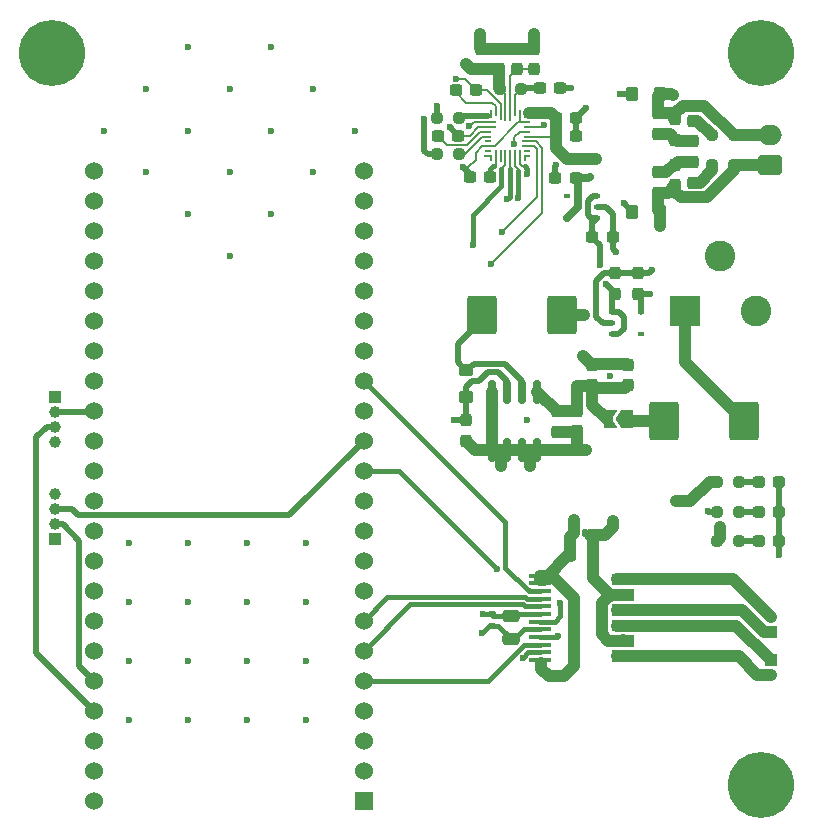
<source format=gbr>
%TF.GenerationSoftware,KiCad,Pcbnew,9.0.4*%
%TF.CreationDate,2025-10-21T16:10:30+02:00*%
%TF.ProjectId,Nomad,4e6f6d61-642e-46b6-9963-61645f706362,rev?*%
%TF.SameCoordinates,Original*%
%TF.FileFunction,Copper,L1,Top*%
%TF.FilePolarity,Positive*%
%FSLAX46Y46*%
G04 Gerber Fmt 4.6, Leading zero omitted, Abs format (unit mm)*
G04 Created by KiCad (PCBNEW 9.0.4) date 2025-10-21 16:10:30*
%MOMM*%
%LPD*%
G01*
G04 APERTURE LIST*
G04 Aperture macros list*
%AMRoundRect*
0 Rectangle with rounded corners*
0 $1 Rounding radius*
0 $2 $3 $4 $5 $6 $7 $8 $9 X,Y pos of 4 corners*
0 Add a 4 corners polygon primitive as box body*
4,1,4,$2,$3,$4,$5,$6,$7,$8,$9,$2,$3,0*
0 Add four circle primitives for the rounded corners*
1,1,$1+$1,$2,$3*
1,1,$1+$1,$4,$5*
1,1,$1+$1,$6,$7*
1,1,$1+$1,$8,$9*
0 Add four rect primitives between the rounded corners*
20,1,$1+$1,$2,$3,$4,$5,0*
20,1,$1+$1,$4,$5,$6,$7,0*
20,1,$1+$1,$6,$7,$8,$9,0*
20,1,$1+$1,$8,$9,$2,$3,0*%
%AMFreePoly0*
4,1,6,1.000000,0.000000,0.500000,-0.750000,-0.500000,-0.750000,-0.500000,0.750000,0.500000,0.750000,1.000000,0.000000,1.000000,0.000000,$1*%
%AMFreePoly1*
4,1,6,0.500000,-0.750000,-0.650000,-0.750000,-0.150000,0.000000,-0.650000,0.750000,0.500000,0.750000,0.500000,-0.750000,0.500000,-0.750000,$1*%
G04 Aperture macros list end*
%TA.AperFunction,SMDPad,CuDef*%
%ADD10R,0.609600X0.381000*%
%TD*%
%TA.AperFunction,SMDPad,CuDef*%
%ADD11RoundRect,0.237500X0.237500X-0.300000X0.237500X0.300000X-0.237500X0.300000X-0.237500X-0.300000X0*%
%TD*%
%TA.AperFunction,SMDPad,CuDef*%
%ADD12RoundRect,0.237500X-0.237500X0.300000X-0.237500X-0.300000X0.237500X-0.300000X0.237500X0.300000X0*%
%TD*%
%TA.AperFunction,ComponentPad*%
%ADD13RoundRect,0.250000X0.750000X-0.600000X0.750000X0.600000X-0.750000X0.600000X-0.750000X-0.600000X0*%
%TD*%
%TA.AperFunction,ComponentPad*%
%ADD14O,2.000000X1.700000*%
%TD*%
%TA.AperFunction,ComponentPad*%
%ADD15R,1.530000X1.530000*%
%TD*%
%TA.AperFunction,ComponentPad*%
%ADD16C,1.530000*%
%TD*%
%TA.AperFunction,SMDPad,CuDef*%
%ADD17RoundRect,0.237500X0.287500X0.237500X-0.287500X0.237500X-0.287500X-0.237500X0.287500X-0.237500X0*%
%TD*%
%TA.AperFunction,ComponentPad*%
%ADD18C,5.600000*%
%TD*%
%TA.AperFunction,SMDPad,CuDef*%
%ADD19RoundRect,0.237500X-0.300000X-0.237500X0.300000X-0.237500X0.300000X0.237500X-0.300000X0.237500X0*%
%TD*%
%TA.AperFunction,SMDPad,CuDef*%
%ADD20RoundRect,0.100000X0.850000X0.100000X-0.850000X0.100000X-0.850000X-0.100000X0.850000X-0.100000X0*%
%TD*%
%TA.AperFunction,SMDPad,CuDef*%
%ADD21RoundRect,0.237500X-0.250000X-0.237500X0.250000X-0.237500X0.250000X0.237500X-0.250000X0.237500X0*%
%TD*%
%TA.AperFunction,SMDPad,CuDef*%
%ADD22RoundRect,0.150000X-0.150000X0.825000X-0.150000X-0.825000X0.150000X-0.825000X0.150000X0.825000X0*%
%TD*%
%TA.AperFunction,SMDPad,CuDef*%
%ADD23RoundRect,0.250000X-0.275000X-0.350000X0.275000X-0.350000X0.275000X0.350000X-0.275000X0.350000X0*%
%TD*%
%TA.AperFunction,SMDPad,CuDef*%
%ADD24RoundRect,0.250000X1.000000X-1.400000X1.000000X1.400000X-1.000000X1.400000X-1.000000X-1.400000X0*%
%TD*%
%TA.AperFunction,ComponentPad*%
%ADD25R,1.000000X1.000000*%
%TD*%
%TA.AperFunction,ComponentPad*%
%ADD26C,1.000000*%
%TD*%
%TA.AperFunction,SMDPad,CuDef*%
%ADD27RoundRect,0.237500X0.250000X0.237500X-0.250000X0.237500X-0.250000X-0.237500X0.250000X-0.237500X0*%
%TD*%
%TA.AperFunction,SMDPad,CuDef*%
%ADD28RoundRect,0.237500X0.300000X0.237500X-0.300000X0.237500X-0.300000X-0.237500X0.300000X-0.237500X0*%
%TD*%
%TA.AperFunction,SMDPad,CuDef*%
%ADD29RoundRect,0.140000X0.170000X-0.140000X0.170000X0.140000X-0.170000X0.140000X-0.170000X-0.140000X0*%
%TD*%
%TA.AperFunction,SMDPad,CuDef*%
%ADD30R,0.584200X0.254000*%
%TD*%
%TA.AperFunction,SMDPad,CuDef*%
%ADD31R,0.254000X0.799702*%
%TD*%
%TA.AperFunction,SMDPad,CuDef*%
%ADD32R,0.990600X0.203200*%
%TD*%
%TA.AperFunction,SMDPad,CuDef*%
%ADD33R,0.609600X0.203200*%
%TD*%
%TA.AperFunction,SMDPad,CuDef*%
%ADD34R,0.711200X0.254000*%
%TD*%
%TA.AperFunction,SMDPad,CuDef*%
%ADD35R,0.254002X0.622288*%
%TD*%
%TA.AperFunction,SMDPad,CuDef*%
%ADD36R,0.203200X0.990600*%
%TD*%
%TA.AperFunction,SMDPad,CuDef*%
%ADD37R,0.256212X0.614897*%
%TD*%
%TA.AperFunction,SMDPad,CuDef*%
%ADD38R,0.609600X0.254000*%
%TD*%
%TA.AperFunction,SMDPad,CuDef*%
%ADD39R,0.711200X0.203200*%
%TD*%
%TA.AperFunction,SMDPad,CuDef*%
%ADD40R,0.660400X0.203200*%
%TD*%
%TA.AperFunction,SMDPad,CuDef*%
%ADD41R,0.254000X0.609600*%
%TD*%
%TA.AperFunction,SMDPad,CuDef*%
%ADD42R,0.203200X0.609600*%
%TD*%
%TA.AperFunction,SMDPad,CuDef*%
%ADD43R,0.203200X0.914400*%
%TD*%
%TA.AperFunction,SMDPad,CuDef*%
%ADD44FreePoly0,180.000000*%
%TD*%
%TA.AperFunction,SMDPad,CuDef*%
%ADD45FreePoly1,180.000000*%
%TD*%
%TA.AperFunction,SMDPad,CuDef*%
%ADD46RoundRect,0.250000X-0.350000X0.275000X-0.350000X-0.275000X0.350000X-0.275000X0.350000X0.275000X0*%
%TD*%
%TA.AperFunction,SMDPad,CuDef*%
%ADD47RoundRect,0.140000X-0.140000X-0.170000X0.140000X-0.170000X0.140000X0.170000X-0.140000X0.170000X0*%
%TD*%
%TA.AperFunction,SMDPad,CuDef*%
%ADD48RoundRect,0.250000X-0.250000X-0.475000X0.250000X-0.475000X0.250000X0.475000X-0.250000X0.475000X0*%
%TD*%
%TA.AperFunction,SMDPad,CuDef*%
%ADD49RoundRect,0.250000X0.475000X-0.250000X0.475000X0.250000X-0.475000X0.250000X-0.475000X-0.250000X0*%
%TD*%
%TA.AperFunction,ComponentPad*%
%ADD50R,2.600000X2.600000*%
%TD*%
%TA.AperFunction,ComponentPad*%
%ADD51C,2.600000*%
%TD*%
%TA.AperFunction,ViaPad*%
%ADD52C,0.600000*%
%TD*%
%TA.AperFunction,Conductor*%
%ADD53C,0.200000*%
%TD*%
%TA.AperFunction,Conductor*%
%ADD54C,0.400000*%
%TD*%
%TA.AperFunction,Conductor*%
%ADD55C,0.150000*%
%TD*%
%TA.AperFunction,Conductor*%
%ADD56C,1.000000*%
%TD*%
%TA.AperFunction,Conductor*%
%ADD57C,0.500000*%
%TD*%
%TA.AperFunction,Conductor*%
%ADD58C,0.300000*%
%TD*%
%TA.AperFunction,Conductor*%
%ADD59C,0.700000*%
%TD*%
G04 APERTURE END LIST*
D10*
%TO.P,U2,1,VIN*%
%TO.N,5V*%
X122081250Y-55018750D03*
%TO.P,U2,2,GND*%
%TO.N,GND*%
X122081250Y-54078950D03*
%TO.P,U2,3,STBY*%
%TO.N,5V*%
X122081250Y-53139150D03*
%TO.P,U2,4,N.C.*%
%TO.N,unconnected-(U2-N.C.-Pad4)*%
X119592050Y-53126450D03*
%TO.P,U2,5,VOUT*%
%TO.N,1.8V*%
X119592050Y-55031450D03*
%TD*%
D11*
%TO.P,C22,1*%
%TO.N,Net-(U5-VBAT1S)*%
X115300000Y-42400000D03*
%TO.P,C22,2*%
%TO.N,GND*%
X115300000Y-40674998D03*
%TD*%
%TO.P,C17,1*%
%TO.N,/VSNS_P*%
X128750000Y-52225001D03*
%TO.P,C17,2*%
%TO.N,GND*%
X128750000Y-50499999D03*
%TD*%
D12*
%TO.P,C18,1*%
%TO.N,/VSNS_N*%
X128750000Y-46637499D03*
%TO.P,C18,2*%
%TO.N,GND*%
X128750000Y-48362501D03*
%TD*%
D13*
%TO.P,LS1,1,1*%
%TO.N,/VSNS_P*%
X136750000Y-50500000D03*
D14*
%TO.P,LS1,2,2*%
%TO.N,/VSNS_N*%
X136750000Y-48000000D03*
%TD*%
D15*
%TO.P,U6,J1_1,3V3*%
%TO.N,3.3V*%
X102360000Y-104340000D03*
D16*
%TO.P,U6,J1_2,3V3*%
X102360001Y-101800000D03*
%TO.P,U6,J1_3,RST*%
%TO.N,unconnected-(U6-RST-PadJ1_3)*%
X102360000Y-99260000D03*
%TO.P,U6,J1_4,GPIO4*%
%TO.N,AIN1*%
X102360000Y-96720000D03*
%TO.P,U6,J1_5,GPIO5*%
%TO.N,AIN2*%
X102360000Y-94180000D03*
%TO.P,U6,J1_6,GPIO6*%
%TO.N,BIN1*%
X102360000Y-91640001D03*
%TO.P,U6,J1_7,GPIO7*%
%TO.N,BIN2*%
X102360000Y-89099999D03*
%TO.P,U6,J1_8,GPIO15*%
%TO.N,FSYNC*%
X102360000Y-86560000D03*
%TO.P,U6,J1_9,GPIO16*%
%TO.N,STBY*%
X102360000Y-84020000D03*
%TO.P,U6,J1_10,GPIO17*%
%TO.N,SDZ*%
X102360000Y-81480000D03*
%TO.P,U6,J1_11,GPIO18*%
%TO.N,IRQZ*%
X102360000Y-78939999D03*
%TO.P,U6,J1_12,GPIO8*%
%TO.N,PWMA*%
X102360000Y-76400000D03*
%TO.P,U6,J1_13,GPIO3*%
%TO.N,Echo_cap_2*%
X102360000Y-73860000D03*
%TO.P,U6,J1_14,GPIO46*%
%TO.N,unconnected-(U6-GPIO46-PadJ1_14)*%
X102360000Y-71320000D03*
%TO.P,U6,J1_15,GPIO9*%
%TO.N,PWMB*%
X102360000Y-68780001D03*
%TO.P,U6,J1_16,GPIO10*%
%TO.N,SDA*%
X102360000Y-66239999D03*
%TO.P,U6,J1_17,GPIO11*%
%TO.N,SCL*%
X102360000Y-63700000D03*
%TO.P,U6,J1_18,GPIO12*%
%TO.N,SDOUT*%
X102360000Y-61160000D03*
%TO.P,U6,J1_19,GPIO13*%
%TO.N,SDIN*%
X102360000Y-58620000D03*
%TO.P,U6,J1_20,GPIO14*%
%TO.N,SBCLK*%
X102360000Y-56079999D03*
%TO.P,U6,J1_21,5V0*%
%TO.N,5V*%
X102360000Y-53540000D03*
%TO.P,U6,J1_22,GND*%
%TO.N,GND*%
X102360000Y-51000000D03*
%TO.P,U6,J3_1,GND*%
X79500000Y-104340000D03*
%TO.P,U6,J3_2,U0TXD/GPIO43*%
%TO.N,unconnected-(U6-U0TXD{slash}GPIO43-PadJ3_2)*%
X79499999Y-101800000D03*
%TO.P,U6,J3_3,U0RXD/GPIO44*%
%TO.N,unconnected-(U6-U0RXD{slash}GPIO44-PadJ3_3)*%
X79500000Y-99260000D03*
%TO.P,U6,J3_4,GPIO1*%
%TO.N,Echo_cap_1*%
X79500000Y-96720000D03*
%TO.P,U6,J3_5,GPIO2*%
%TO.N,Trig_cap_2*%
X79500000Y-94180000D03*
%TO.P,U6,J3_6,MTMS/GPIO42*%
%TO.N,unconnected-(U6-MTMS{slash}GPIO42-PadJ3_6)*%
X79500000Y-91640001D03*
%TO.P,U6,J3_7,MTDI/GPIO41*%
%TO.N,unconnected-(U6-MTDI{slash}GPIO41-PadJ3_7)*%
X79500000Y-89099999D03*
%TO.P,U6,J3_8,MTDO/GPIO40*%
%TO.N,unconnected-(U6-MTDO{slash}GPIO40-PadJ3_8)*%
X79500000Y-86560000D03*
%TO.P,U6,J3_9,MTCK/GPIO39*%
%TO.N,unconnected-(U6-MTCK{slash}GPIO39-PadJ3_9)*%
X79500000Y-84020000D03*
%TO.P,U6,J3_10,GPIO38*%
%TO.N,unconnected-(U6-GPIO38-PadJ3_10)*%
X79500000Y-81480000D03*
%TO.P,U6,J3_11,GPIO37*%
%TO.N,unconnected-(U6-GPIO37-PadJ3_11)*%
X79500000Y-78939999D03*
%TO.P,U6,J3_12,GPIO36*%
%TO.N,unconnected-(U6-GPIO36-PadJ3_12)*%
X79500000Y-76400000D03*
%TO.P,U6,J3_13,GPIO35*%
%TO.N,unconnected-(U6-GPIO35-PadJ3_13)*%
X79500000Y-73860000D03*
%TO.P,U6,J3_14,GPIO0*%
%TO.N,Trig_cap_1*%
X79500000Y-71320000D03*
%TO.P,U6,J3_15,GPIO45*%
%TO.N,unconnected-(U6-GPIO45-PadJ3_15)*%
X79500000Y-68780001D03*
%TO.P,U6,J3_16,GPIO48*%
%TO.N,unconnected-(U6-GPIO48-PadJ3_16)*%
X79500000Y-66239999D03*
%TO.P,U6,J3_17,GPIO47*%
%TO.N,unconnected-(U6-GPIO47-PadJ3_17)*%
X79500000Y-63700000D03*
%TO.P,U6,J3_18,GPIO21*%
%TO.N,unconnected-(U6-GPIO21-PadJ3_18)*%
X79500000Y-61160000D03*
%TO.P,U6,J3_19,USB_D+/GPIO20*%
%TO.N,unconnected-(U6-USB_D+{slash}GPIO20-PadJ3_19)*%
X79500000Y-58620000D03*
%TO.P,U6,J3_20,USB_D-/GPIO19*%
%TO.N,unconnected-(U6-USB_D-{slash}GPIO19-PadJ3_20)*%
X79500000Y-56079999D03*
%TO.P,U6,J3_21,GND*%
%TO.N,GND*%
X79500000Y-53540000D03*
%TO.P,U6,J3_22,GND*%
X79500000Y-51000000D03*
%TD*%
D17*
%TO.P,D5,1,K*%
%TO.N,GND*%
X137549998Y-82350000D03*
%TO.P,D5,2,A*%
%TO.N,Net-(D5-A)*%
X135800000Y-82350000D03*
%TD*%
D18*
%TO.P,H1,1,1*%
%TO.N,GND*%
X136000000Y-41000000D03*
%TD*%
D11*
%TO.P,C20,1*%
%TO.N,Net-(C20-Pad1)*%
X130249999Y-52000001D03*
%TO.P,C20,2*%
%TO.N,GND*%
X130249999Y-50274999D03*
%TD*%
D19*
%TO.P,C11,1*%
%TO.N,Net-(U5-BST_P)*%
X108634307Y-48020200D03*
%TO.P,C11,2*%
%TO.N,/OUT_P*%
X110359309Y-48020200D03*
%TD*%
D20*
%TO.P,Driver1,1,AO1*%
%TO.N,AO1*%
X124300000Y-92425000D03*
%TO.P,Driver1,2,AO1*%
X124300000Y-91775000D03*
%TO.P,Driver1,3,PGND1*%
%TO.N,GND*%
X124300000Y-91125000D03*
%TO.P,Driver1,4,PGND1*%
X124300000Y-90475000D03*
%TO.P,Driver1,5,AO2*%
%TO.N,AO2*%
X124300000Y-89825000D03*
%TO.P,Driver1,6,AO2*%
X124300000Y-89175000D03*
%TO.P,Driver1,7,BO2*%
%TO.N,BO2*%
X124300000Y-88525000D03*
%TO.P,Driver1,8,BO2*%
X124300000Y-87875000D03*
%TO.P,Driver1,9,PGND2*%
%TO.N,GND*%
X124300000Y-87225000D03*
%TO.P,Driver1,10,PGND2*%
X124300000Y-86575000D03*
%TO.P,Driver1,11,BO1*%
%TO.N,BO1*%
X124300000Y-85925000D03*
%TO.P,Driver1,12,BO1*%
X124300000Y-85275000D03*
%TO.P,Driver1,13,VM2*%
%TO.N,12V*%
X117300000Y-85275000D03*
%TO.P,Driver1,14,VM3*%
X117300000Y-85925000D03*
%TO.P,Driver1,15,PWMB*%
%TO.N,PWMB*%
X117300000Y-86575000D03*
%TO.P,Driver1,16,BIN2*%
%TO.N,BIN2*%
X117300000Y-87225000D03*
%TO.P,Driver1,17,BIN1*%
%TO.N,BIN1*%
X117300000Y-87875000D03*
%TO.P,Driver1,18,GND*%
%TO.N,GND*%
X117300000Y-88525000D03*
%TO.P,Driver1,19,STBY*%
%TO.N,STBY*%
X117300000Y-89175000D03*
%TO.P,Driver1,20,VCC*%
%TO.N,3.3V*%
X117300000Y-89825000D03*
%TO.P,Driver1,21,AIN1*%
%TO.N,AIN1*%
X117300000Y-90475000D03*
%TO.P,Driver1,22,AIN2*%
%TO.N,AIN2*%
X117300000Y-91125000D03*
%TO.P,Driver1,23,PWMA*%
%TO.N,PWMA*%
X117300000Y-91775000D03*
%TO.P,Driver1,24,VM1*%
%TO.N,12V*%
X117300000Y-92425000D03*
%TD*%
D21*
%TO.P,R6,1*%
%TO.N,Net-(C20-Pad1)*%
X131837500Y-50500000D03*
%TO.P,R6,2*%
%TO.N,/VSNS_P*%
X133662500Y-50500000D03*
%TD*%
D11*
%TO.P,C1,1*%
%TO.N,12V*%
X124712500Y-69162501D03*
%TO.P,C1,2*%
%TO.N,GND*%
X124712500Y-67437499D03*
%TD*%
D12*
%TO.P,C7,1*%
%TO.N,5V*%
X111015000Y-72124999D03*
%TO.P,C7,2*%
%TO.N,GND*%
X111015000Y-73850001D03*
%TD*%
%TO.P,C3,1*%
%TO.N,12V*%
X118735000Y-71362499D03*
%TO.P,C3,2*%
%TO.N,GND*%
X118735000Y-73087501D03*
%TD*%
D18*
%TO.P,H2,1,1*%
%TO.N,GND*%
X136000000Y-103000000D03*
%TD*%
D19*
%TO.P,C12,1*%
%TO.N,Net-(U5-BST_N)*%
X110137499Y-44200000D03*
%TO.P,C12,2*%
%TO.N,/OUT_N*%
X111862501Y-44200000D03*
%TD*%
D11*
%TO.P,C2,1*%
%TO.N,12V*%
X121712500Y-69162501D03*
%TO.P,C2,2*%
%TO.N,GND*%
X121712500Y-67437499D03*
%TD*%
D17*
%TO.P,D3,1,K*%
%TO.N,GND*%
X137549998Y-77350000D03*
%TO.P,D3,2,A*%
%TO.N,Net-(D3-A)*%
X135800000Y-77350000D03*
%TD*%
D22*
%TO.P,U4,1,VIN*%
%TO.N,12V*%
X117055000Y-69687501D03*
%TO.P,U4,2,OUT*%
%TO.N,Net-(D2-K)*%
X115785000Y-69687501D03*
%TO.P,U4,3,FB*%
%TO.N,5V*%
X114515000Y-69687501D03*
%TO.P,U4,4,~{EN}*%
%TO.N,GND*%
X113245000Y-69687501D03*
%TO.P,U4,5,GND*%
X113245000Y-74637501D03*
%TO.P,U4,6,GND*%
X114515000Y-74637501D03*
%TO.P,U4,7,GND*%
X115785000Y-74637501D03*
%TO.P,U4,8,GND*%
X117055000Y-74637501D03*
%TD*%
D10*
%TO.P,U3,1,VIN*%
%TO.N,5V*%
X123350000Y-62960200D03*
%TO.P,U3,2,GND*%
%TO.N,GND*%
X123350000Y-63900000D03*
%TO.P,U3,3,STBY*%
%TO.N,5V*%
X123350000Y-64839800D03*
%TO.P,U3,4,N.C.*%
%TO.N,unconnected-(U3-N.C.-Pad4)*%
X125839200Y-64852500D03*
%TO.P,U3,5,VOUT*%
%TO.N,3.3V*%
X125839200Y-62947500D03*
%TD*%
D11*
%TO.P,C25,1*%
%TO.N,12V*%
X113800000Y-42400000D03*
%TO.P,C25,2*%
%TO.N,GND*%
X113800000Y-40674998D03*
%TD*%
D23*
%TO.P,L3,1*%
%TO.N,/OUT_N*%
X125100000Y-44500000D03*
%TO.P,L3,2*%
%TO.N,/VSNS_N*%
X127400000Y-44500000D03*
%TD*%
D11*
%TO.P,C14,1*%
%TO.N,GND*%
X127250000Y-47862501D03*
%TO.P,C14,2*%
%TO.N,/VSNS_N*%
X127250000Y-46137499D03*
%TD*%
D24*
%TO.P,D2,1,K*%
%TO.N,Net-(D2-K)*%
X112350000Y-63200000D03*
%TO.P,D2,2,A*%
%TO.N,GND*%
X119150000Y-63200000D03*
%TD*%
D25*
%TO.P,J3,1,Pin_1*%
%TO.N,5V*%
X76225000Y-70160000D03*
D26*
%TO.P,J3,2,Pin_2*%
%TO.N,Trig_cap_1*%
X76225000Y-71430001D03*
%TO.P,J3,3,Pin_3*%
%TO.N,Echo_cap_1*%
X76225000Y-72700000D03*
%TO.P,J3,4,Pin_4*%
%TO.N,GND*%
X76225000Y-73970000D03*
%TD*%
D19*
%TO.P,C16,1*%
%TO.N,1.8V*%
X118634308Y-46520200D03*
%TO.P,C16,2*%
%TO.N,GND*%
X120359308Y-46520200D03*
%TD*%
%TO.P,C19,1*%
%TO.N,1.8V*%
X118634307Y-48020200D03*
%TO.P,C19,2*%
%TO.N,GND*%
X120359309Y-48020200D03*
%TD*%
D27*
%TO.P,R3,1*%
%TO.N,Net-(U5-VSNSP)*%
X110409308Y-49600000D03*
%TO.P,R3,2*%
%TO.N,/VSNS_P*%
X108584308Y-49600000D03*
%TD*%
D28*
%TO.P,C10,1*%
%TO.N,Net-(U5-DREG)*%
X113062501Y-51520200D03*
%TO.P,C10,2*%
%TO.N,GND*%
X111337499Y-51520200D03*
%TD*%
D21*
%TO.P,R5,1*%
%TO.N,1.8V*%
X132262499Y-82350000D03*
%TO.P,R5,2*%
%TO.N,Net-(D5-A)*%
X134087499Y-82350000D03*
%TD*%
D18*
%TO.P,H3,1,1*%
%TO.N,GND*%
X76000000Y-41000000D03*
%TD*%
D25*
%TO.P,J2,1,Pin_1*%
%TO.N,5V*%
X76175000Y-82210000D03*
D26*
%TO.P,J2,2,Pin_2*%
%TO.N,Trig_cap_2*%
X76175000Y-80939999D03*
%TO.P,J2,3,Pin_3*%
%TO.N,Echo_cap_2*%
X76175000Y-79670000D03*
%TO.P,J2,4,Pin_4*%
%TO.N,GND*%
X76175000Y-78400000D03*
%TD*%
D25*
%TO.P,J5,1,Pin_1*%
%TO.N,AO2*%
X136800000Y-92400000D03*
D26*
%TO.P,J5,2,Pin_2*%
%TO.N,AO1*%
X136800000Y-93670001D03*
%TD*%
D21*
%TO.P,R1,1*%
%TO.N,12V*%
X132262499Y-77350000D03*
%TO.P,R1,2*%
%TO.N,Net-(D3-A)*%
X134087499Y-77350000D03*
%TD*%
D11*
%TO.P,C24,1*%
%TO.N,12V*%
X112300000Y-42400000D03*
%TO.P,C24,2*%
%TO.N,GND*%
X112300000Y-40674998D03*
%TD*%
D29*
%TO.P,C26,1*%
%TO.N,3.3V*%
X113181250Y-89509999D03*
%TO.P,C26,2*%
%TO.N,GND*%
X113181250Y-88549999D03*
%TD*%
D23*
%TO.P,L2,1*%
%TO.N,/OUT_P*%
X125100000Y-54500000D03*
%TO.P,L2,2*%
%TO.N,/VSNS_P*%
X127400000Y-54500000D03*
%TD*%
D11*
%TO.P,C5,1*%
%TO.N,5V*%
X123594600Y-61400000D03*
%TO.P,C5,2*%
%TO.N,GND*%
X123594600Y-59674998D03*
%TD*%
D25*
%TO.P,J4,1,Pin_1*%
%TO.N,BO2*%
X136800000Y-90035000D03*
D26*
%TO.P,J4,2,Pin_2*%
%TO.N,BO1*%
X136800000Y-88764999D03*
%TD*%
D19*
%TO.P,C15,1*%
%TO.N,Net-(U5-PVDD_SNS)*%
X117278190Y-43975000D03*
%TO.P,C15,2*%
%TO.N,GND*%
X119003192Y-43975000D03*
%TD*%
D27*
%TO.P,R8,1*%
%TO.N,Net-(U5-PVDD_SNS)*%
X115712500Y-44037499D03*
%TO.P,R8,2*%
%TO.N,12V*%
X113887500Y-44037499D03*
%TD*%
D30*
%TO.P,U5,1,VSNSN*%
%TO.N,Net-(U5-VSNSN)*%
X112846798Y-46475801D03*
D31*
X113096808Y-46202953D03*
D32*
%TO.P,U5,2,PGND*%
%TO.N,GND*%
X113050000Y-46900000D03*
%TO.P,U5,3,OUTP*%
%TO.N,/OUT_P*%
X113050000Y-47299999D03*
D33*
%TO.P,U5,4,BST_P*%
%TO.N,Net-(U5-BST_P)*%
X112846799Y-47700002D03*
%TO.P,U5,5,VSNSP*%
%TO.N,Net-(U5-VSNSP)*%
X112846799Y-48100001D03*
%TO.P,U5,6,ICC*%
%TO.N,unconnected-(U5-ICC-Pad6)*%
X112846799Y-48500000D03*
%TO.P,U5,7,GND*%
%TO.N,GND*%
X112846799Y-48900001D03*
%TO.P,U5,8,NC*%
%TO.N,unconnected-(U5-NC-Pad8)*%
X112846799Y-49300000D03*
D34*
%TO.P,U5,9,NC*%
%TO.N,unconnected-(U5-NC-Pad9)_1*%
X112897599Y-49725007D03*
D35*
%TO.N,unconnected-(U5-NC-Pad9)*%
X113126198Y-49909151D03*
D36*
%TO.P,U5,10,DREG*%
%TO.N,Net-(U5-DREG)*%
X113546807Y-49725000D03*
%TO.P,U5,11,BYP_EN*%
%TO.N,unconnected-(U5-BYP_EN-Pad11)*%
X113946809Y-49725001D03*
%TO.P,U5,12,SDOUT*%
%TO.N,SDOUT*%
X114346808Y-49725001D03*
%TO.P,U5,13,SDIN*%
%TO.N,SDIN*%
X114746807Y-49725001D03*
%TO.P,U5,14,FSYNC*%
%TO.N,FSYNC*%
X115146806Y-49725001D03*
%TO.P,U5,15,SBCLK*%
%TO.N,SBCLK*%
X115546808Y-49725001D03*
D37*
%TO.P,U5,16,NC*%
%TO.N,unconnected-(U5-NC-Pad16)*%
X115967914Y-49912848D03*
D38*
%TO.N,unconnected-(U5-NC-Pad16)_1*%
X116146817Y-49725007D03*
D33*
%TO.P,U5,17,NC*%
%TO.N,unconnected-(U5-NC-Pad17)*%
X116146817Y-49300000D03*
D39*
%TO.P,U5,18,SCL*%
%TO.N,SCL*%
X116096017Y-48900001D03*
D40*
%TO.P,U5,19,SDA*%
%TO.N,SDA*%
X116121417Y-48499999D03*
D33*
%TO.P,U5,20,IOVDD*%
%TO.N,1.8V*%
X116146817Y-48100001D03*
%TO.P,U5,21,IRQZ*%
%TO.N,IRQZ*%
X116146817Y-47700002D03*
%TO.P,U5,22,SDZ*%
%TO.N,SDZ*%
X116146818Y-47299999D03*
%TO.P,U5,23,ADDR*%
%TO.N,GND*%
X116146818Y-46900000D03*
D41*
%TO.P,U5,24,AVDD*%
%TO.N,1.8V*%
X115971808Y-46120200D03*
D38*
X116146808Y-46470200D03*
D42*
%TO.P,U5,25,GND*%
%TO.N,GND*%
X115546808Y-46120200D03*
%TO.P,U5,26,PVDD_SNS*%
%TO.N,Net-(U5-PVDD_SNS)*%
X115146806Y-46120200D03*
D36*
%TO.P,U5,27,VBAT1S*%
%TO.N,Net-(U5-VBAT1S)*%
X114746807Y-46310700D03*
%TO.P,U5,28,PVDD*%
%TO.N,12V*%
X114346808Y-46310700D03*
D43*
%TO.P,U5,29,OUTN*%
%TO.N,/OUT_N*%
X113946809Y-46272600D03*
D42*
%TO.P,U5,30,BST_N*%
%TO.N,Net-(U5-BST_N)*%
X113546807Y-46120200D03*
%TD*%
D19*
%TO.P,C4,1*%
%TO.N,5V*%
X121718749Y-56639150D03*
%TO.P,C4,2*%
%TO.N,GND*%
X123443751Y-56639150D03*
%TD*%
D44*
%TO.P,JP2,1,A*%
%TO.N,Net-(D1-K)*%
X124650000Y-72050000D03*
D45*
%TO.P,JP2,2,B*%
%TO.N,12V*%
X123200002Y-72050000D03*
%TD*%
D11*
%TO.P,C9,1*%
%TO.N,3.3V*%
X125594600Y-61400000D03*
%TO.P,C9,2*%
%TO.N,GND*%
X125594600Y-59674998D03*
%TD*%
D46*
%TO.P,L1,1*%
%TO.N,Net-(D2-K)*%
X111015000Y-67837501D03*
%TO.P,L1,2*%
%TO.N,5V*%
X111015000Y-70137501D03*
%TD*%
D47*
%TO.P,C28,1*%
%TO.N,12V*%
X120170000Y-81700000D03*
%TO.P,C28,2*%
%TO.N,GND*%
X121130000Y-81700000D03*
%TD*%
D12*
%TO.P,C6,1*%
%TO.N,12V*%
X120400000Y-71337499D03*
%TO.P,C6,2*%
%TO.N,GND*%
X120400000Y-73062501D03*
%TD*%
D21*
%TO.P,R2,1*%
%TO.N,/VSNS_N*%
X108584308Y-46520200D03*
%TO.P,R2,2*%
%TO.N,Net-(U5-VSNSN)*%
X110409308Y-46520200D03*
%TD*%
D28*
%TO.P,C8,1*%
%TO.N,1.8V*%
X120312501Y-51650000D03*
%TO.P,C8,2*%
%TO.N,GND*%
X118587499Y-51650000D03*
%TD*%
D21*
%TO.P,R4,1*%
%TO.N,3.3V*%
X132262499Y-79850000D03*
%TO.P,R4,2*%
%TO.N,Net-(D4-A)*%
X134087499Y-79850000D03*
%TD*%
D12*
%TO.P,C13,1*%
%TO.N,GND*%
X127250000Y-51137499D03*
%TO.P,C13,2*%
%TO.N,/VSNS_P*%
X127250000Y-52862501D03*
%TD*%
D48*
%TO.P,C29,1*%
%TO.N,12V*%
X119850000Y-83400000D03*
%TO.P,C29,2*%
%TO.N,GND*%
X121750000Y-83400000D03*
%TD*%
D24*
%TO.P,D1,1,K*%
%TO.N,Net-(D1-K)*%
X127775001Y-72200000D03*
%TO.P,D1,2,A*%
%TO.N,Net-(D1-A)*%
X134575001Y-72200000D03*
%TD*%
D12*
%TO.P,C21,1*%
%TO.N,Net-(C21-Pad1)*%
X130250000Y-46774998D03*
%TO.P,C21,2*%
%TO.N,GND*%
X130250000Y-48500000D03*
%TD*%
D49*
%TO.P,C27,1*%
%TO.N,3.3V*%
X114800000Y-90600000D03*
%TO.P,C27,2*%
%TO.N,GND*%
X114800000Y-88700002D03*
%TD*%
D21*
%TO.P,R7,1*%
%TO.N,Net-(C21-Pad1)*%
X131837500Y-48000000D03*
%TO.P,R7,2*%
%TO.N,/VSNS_N*%
X133662500Y-48000000D03*
%TD*%
D17*
%TO.P,D4,1,K*%
%TO.N,GND*%
X137549998Y-79850000D03*
%TO.P,D4,2,A*%
%TO.N,Net-(D4-A)*%
X135800000Y-79850000D03*
%TD*%
D50*
%TO.P,J1,1*%
%TO.N,Net-(D1-A)*%
X129550000Y-62900000D03*
D51*
%TO.P,J1,2*%
%TO.N,GND*%
X135550000Y-62900000D03*
%TO.P,J1,3*%
%TO.N,N/C*%
X132550000Y-58200000D03*
%TD*%
D11*
%TO.P,C23,1*%
%TO.N,Net-(U5-VBAT1S)*%
X116800000Y-42400000D03*
%TO.P,C23,2*%
%TO.N,GND*%
X116800000Y-40674998D03*
%TD*%
D52*
%TO.N,GND*%
X94535534Y-40535534D03*
X91000000Y-58213203D03*
X98071068Y-51142136D03*
X87464466Y-54677670D03*
X101606602Y-47606602D03*
X83928932Y-44071068D03*
X87464466Y-47606602D03*
X94535534Y-47606602D03*
X83928932Y-51142136D03*
X91000000Y-44071068D03*
X98071068Y-44071068D03*
X80393398Y-47606602D03*
X94535534Y-54677670D03*
X87464466Y-40535534D03*
X91000000Y-51142136D03*
%TO.N,IRQZ*%
X115079991Y-48729699D03*
%TO.N,12V*%
X111000000Y-42000000D03*
X120400000Y-69200000D03*
X128800000Y-79000000D03*
X120200000Y-80600000D03*
%TO.N,GND*%
X97500000Y-87500000D03*
X87500000Y-82500000D03*
X123736650Y-57878950D03*
X119900000Y-44000000D03*
X97500000Y-97500000D03*
X129500000Y-48500000D03*
X111230707Y-47228699D03*
X118600000Y-50550000D03*
X121200000Y-74637501D03*
X110800000Y-50700000D03*
X128051841Y-51051841D03*
X92500000Y-87500000D03*
X123450999Y-80635001D03*
X137543749Y-83550000D03*
X112431250Y-88512500D03*
X121200000Y-45700000D03*
X112215000Y-74637502D03*
X112203192Y-39417299D03*
X87500000Y-87500000D03*
X97500000Y-92500000D03*
X82500000Y-87500000D03*
X116800000Y-39400000D03*
X121000000Y-63200000D03*
X126794600Y-59360201D03*
X116400000Y-76000000D03*
X82500000Y-97500000D03*
X114000000Y-76000000D03*
X92500000Y-82500000D03*
X87500000Y-92500000D03*
X128000000Y-47862501D03*
X82500000Y-92500000D03*
X87500000Y-97500000D03*
X92500000Y-92500000D03*
X97500000Y-82500000D03*
X92500000Y-97500000D03*
X129500000Y-50274999D03*
X82500000Y-82500000D03*
X120950000Y-66700000D03*
%TO.N,5V*%
X122850000Y-60600000D03*
X116200000Y-72124999D03*
X122336650Y-58953950D03*
X123200000Y-68400000D03*
X110024999Y-72124999D03*
%TO.N,1.8V*%
X121500000Y-51500000D03*
X121000000Y-50000400D03*
X120000000Y-50000400D03*
X122000000Y-50000400D03*
X132494749Y-81200000D03*
%TO.N,3.3V*%
X126554800Y-61400000D03*
X112393750Y-90112500D03*
X131493749Y-79825000D03*
%TO.N,/OUT_P*%
X109639109Y-47300000D03*
X124362500Y-53712500D03*
%TO.N,/OUT_N*%
X124050000Y-44500000D03*
X110200000Y-43225000D03*
%TO.N,/VSNS_P*%
X107500000Y-46600000D03*
X127400000Y-55700000D03*
%TO.N,/VSNS_N*%
X128500000Y-44600000D03*
X108600000Y-45475000D03*
%TO.N,SDZ*%
X117596808Y-47097400D03*
%TO.N,SDIN*%
X114490636Y-53390636D03*
%TO.N,AIN1*%
X118800000Y-90400000D03*
%TO.N,STBY*%
X119000000Y-87600000D03*
%TO.N,SCL*%
X114062500Y-56162500D03*
%TO.N,SDA*%
X113100000Y-58900000D03*
%TO.N,SBCLK*%
X116200000Y-51300000D03*
%TO.N,FSYNC*%
X115399807Y-53300000D03*
%TO.N,SDOUT*%
X111573404Y-57323404D03*
%TO.N,PWMA*%
X115851640Y-92274685D03*
X113650000Y-84720000D03*
%TD*%
D53*
%TO.N,SCL*%
X116735218Y-48900001D02*
X116096017Y-48900001D01*
X117000000Y-53225000D02*
X117000000Y-49164783D01*
X114062500Y-56162500D02*
X117000000Y-53225000D01*
X117000000Y-49164783D02*
X116735218Y-48900001D01*
%TO.N,SDA*%
X116801001Y-48501001D02*
X116800000Y-48500000D01*
X117450000Y-54550000D02*
X117450000Y-49047683D01*
X117450000Y-49047683D02*
X116903318Y-48501001D01*
X116903318Y-48501001D02*
X116801001Y-48501001D01*
X116800000Y-48500000D02*
X116121417Y-48499999D01*
X113100000Y-58900000D02*
X117450000Y-54550000D01*
%TO.N,1.8V*%
X118529800Y-48020200D02*
X118634307Y-48020200D01*
X118450000Y-48100000D02*
X118529800Y-48020200D01*
X116146817Y-48100001D02*
X118450000Y-48100000D01*
%TO.N,SDZ*%
X117394209Y-47299999D02*
X117596808Y-47097400D01*
X116146818Y-47299999D02*
X117394209Y-47299999D01*
%TO.N,GND*%
X111200000Y-50700000D02*
X110800000Y-50700000D01*
X111850000Y-50050000D02*
X111200000Y-50700000D01*
X112400000Y-48907400D02*
X111850000Y-49457400D01*
X112846799Y-48907400D02*
X112400000Y-48907400D01*
X112846799Y-48900001D02*
X112846799Y-48907400D01*
X111850000Y-49457400D02*
X111850000Y-50050000D01*
%TO.N,SBCLK*%
X115738396Y-50621296D02*
X115990850Y-50621296D01*
X115546808Y-50429708D02*
X115738396Y-50621296D01*
X115546808Y-49725001D02*
X115546808Y-50429708D01*
%TO.N,FSYNC*%
X115399807Y-50849807D02*
X115399807Y-51000193D01*
X115146806Y-50596806D02*
X115399807Y-50849807D01*
X115146806Y-49725001D02*
X115146806Y-50596806D01*
D54*
X115399807Y-51000193D02*
X115400000Y-51000000D01*
X115399807Y-53300000D02*
X115399807Y-51000193D01*
D53*
%TO.N,SDIN*%
X114746807Y-49725001D02*
X114746807Y-50803193D01*
X114746807Y-50803193D02*
X114700000Y-50850000D01*
%TO.N,SDOUT*%
X114346808Y-50472300D02*
X114010309Y-50808799D01*
X114346808Y-49725001D02*
X114346808Y-50472300D01*
D54*
%TO.N,SDIN*%
X114700000Y-53181272D02*
X114700000Y-50850000D01*
X114490636Y-53390636D02*
X114700000Y-53181272D01*
%TO.N,SDOUT*%
X111573404Y-54753161D02*
X114010309Y-52316255D01*
X111573404Y-57323404D02*
X111573404Y-54753161D01*
X114010309Y-52316255D02*
X114010309Y-50808799D01*
D53*
%TO.N,Net-(U5-DREG)*%
X113546807Y-50400000D02*
X113325512Y-50621295D01*
X113546807Y-49725000D02*
X113546807Y-50400000D01*
%TO.N,IRQZ*%
X115079991Y-48178427D02*
X115079991Y-48729699D01*
X116146817Y-47700002D02*
X115558416Y-47700002D01*
X115558416Y-47700002D02*
X115079991Y-48178427D01*
%TO.N,Net-(U5-VBAT1S)*%
X116800000Y-42400000D02*
X115300000Y-42400000D01*
%TO.N,Net-(U5-PVDD_SNS)*%
X115146806Y-44603193D02*
X115712500Y-44037499D01*
X115146806Y-46120200D02*
X115146806Y-44603193D01*
%TO.N,Net-(U5-VBAT1S)*%
X114746807Y-42953193D02*
X115300000Y-42400000D01*
X114746807Y-46310700D02*
X114746807Y-42953193D01*
%TO.N,12V*%
X114346808Y-46310700D02*
X114346808Y-44496807D01*
X114346808Y-44496807D02*
X113887500Y-44037499D01*
%TO.N,/OUT_N*%
X110887501Y-43225000D02*
X110200000Y-43225000D01*
X111862501Y-44200000D02*
X110887501Y-43225000D01*
X112794366Y-44200000D02*
X111862501Y-44200000D01*
X113946809Y-45352443D02*
X112794366Y-44200000D01*
X113946809Y-46272600D02*
X113946809Y-45352443D01*
%TO.N,Net-(U5-BST_N)*%
X110137499Y-44337499D02*
X110137499Y-44200000D01*
X111025000Y-45225000D02*
X110137499Y-44337499D01*
X113227706Y-45225000D02*
X111025000Y-45225000D01*
X113546807Y-45544101D02*
X113227706Y-45225000D01*
X113546807Y-46120200D02*
X113546807Y-45544101D01*
D55*
%TO.N,/OUT_P*%
X112068257Y-47299999D02*
X112500000Y-47299999D01*
X111348056Y-48020200D02*
X112068257Y-47299999D01*
D53*
X112500000Y-47299999D02*
X112100000Y-47299999D01*
D55*
X110359309Y-48020200D02*
X111348056Y-48020200D01*
D53*
%TO.N,Net-(U5-BST_P)*%
X111103800Y-48796200D02*
X112199998Y-47700002D01*
X109410307Y-48796200D02*
X111103800Y-48796200D01*
X112199998Y-47700002D02*
X112846799Y-47700002D01*
X108634307Y-48020200D02*
X109410307Y-48796200D01*
%TO.N,GND*%
X111230707Y-47228699D02*
X111358127Y-47228699D01*
X111358127Y-47228699D02*
X111686826Y-46900000D01*
X111686826Y-46900000D02*
X113050000Y-46900000D01*
%TO.N,/OUT_P*%
X113050000Y-47299999D02*
X112500000Y-47299999D01*
%TO.N,GND*%
X115267599Y-47067599D02*
X115435198Y-46900000D01*
X115267599Y-47067599D02*
X115546808Y-46788391D01*
X115435198Y-46900000D02*
X116146818Y-46900000D01*
X115546808Y-46788391D02*
X115546808Y-46120200D01*
X112846799Y-48900001D02*
X113435198Y-48900001D01*
X113435198Y-48900001D02*
X115267599Y-47067599D01*
%TO.N,Net-(U5-VSNSP)*%
X110896808Y-49600000D02*
X112396807Y-48100001D01*
X112396807Y-48100001D02*
X112846799Y-48100001D01*
X110409308Y-49600000D02*
X110896808Y-49600000D01*
D56*
%TO.N,12V*%
X120200000Y-80600000D02*
X120149000Y-80651000D01*
X128800000Y-79000000D02*
X130000000Y-79000000D01*
X119850000Y-81999000D02*
X120149000Y-81700000D01*
X121712500Y-69162501D02*
X121712500Y-70818403D01*
X117400000Y-93200000D02*
X117400000Y-92676000D01*
X119850000Y-83400000D02*
X117576000Y-85674000D01*
D57*
X124712500Y-69242501D02*
X124712500Y-69162501D01*
D56*
X117060002Y-69687501D02*
X118735000Y-71362499D01*
X119300000Y-93800000D02*
X118000000Y-93800000D01*
D57*
X124472500Y-69162501D02*
X124712500Y-69162501D01*
D56*
X117576000Y-85674000D02*
X117300000Y-85674000D01*
X124474001Y-69401000D02*
X124712500Y-69162501D01*
X111400000Y-42400000D02*
X111000000Y-42000000D01*
X120200000Y-87200000D02*
X120200000Y-92900000D01*
X117300000Y-85275000D02*
X118275000Y-85275000D01*
X118275000Y-85275000D02*
X120200000Y-87200000D01*
X117055000Y-69687501D02*
X117060002Y-69687501D01*
X112300000Y-42400000D02*
X113800000Y-42400000D01*
X120375000Y-71362499D02*
X120400000Y-71337499D01*
X118735000Y-71362499D02*
X120375000Y-71362499D01*
X121675001Y-69200000D02*
X121712500Y-69162501D01*
X120400000Y-69200000D02*
X121675001Y-69200000D01*
X130000000Y-79000000D02*
X131650000Y-77350000D01*
X113800000Y-42400000D02*
X113800000Y-43949999D01*
X131650000Y-77350000D02*
X132262499Y-77350000D01*
X119850000Y-83400000D02*
X119850000Y-81999000D01*
X113800000Y-43949999D02*
X113887500Y-44037499D01*
X121712500Y-69162501D02*
X121950999Y-69401000D01*
X120200000Y-92900000D02*
X119300000Y-93800000D01*
X120400000Y-71337499D02*
X120400000Y-69200000D01*
X121712500Y-70818403D02*
X122944097Y-72050000D01*
X121950999Y-69401000D02*
X124474001Y-69401000D01*
X112300000Y-42400000D02*
X111400000Y-42400000D01*
X120149000Y-80651000D02*
X120149000Y-81700000D01*
X118000000Y-93800000D02*
X117400000Y-93200000D01*
%TO.N,GND*%
X123263442Y-86974000D02*
X123115442Y-86974000D01*
D57*
X121200000Y-45700000D02*
X121179508Y-45700000D01*
X110800000Y-50700000D02*
X111600000Y-51500000D01*
D54*
X112468749Y-88549999D02*
X112431250Y-88512500D01*
D57*
X111634307Y-51520200D02*
X111520200Y-51520200D01*
X120315000Y-74500002D02*
X120477501Y-74500003D01*
D56*
X128051841Y-51051841D02*
X127966182Y-51137499D01*
X120375000Y-73087501D02*
X120400000Y-73062501D01*
X122747471Y-81836000D02*
X123450999Y-81132472D01*
X127250000Y-47862501D02*
X128000000Y-47862501D01*
D57*
X123443751Y-56639150D02*
X123443751Y-57586051D01*
D56*
X128750000Y-50499999D02*
X128603682Y-50499999D01*
D57*
X113245000Y-69687501D02*
X113245000Y-74637502D01*
D56*
X122500000Y-90258558D02*
X123041442Y-90800000D01*
D57*
X111802499Y-74637501D02*
X111015000Y-73850002D01*
D56*
X128250000Y-47862501D02*
X128750000Y-48362501D01*
D57*
X113282502Y-74600000D02*
X113245000Y-74637502D01*
D54*
X113331253Y-88700002D02*
X113181250Y-88549999D01*
D56*
X113245000Y-74637501D02*
X111802500Y-74637501D01*
D57*
X113245000Y-74637502D02*
X112215000Y-74637502D01*
D56*
X130249999Y-50274999D02*
X129500000Y-50274999D01*
X122500000Y-87589442D02*
X122500000Y-90258558D01*
X121750999Y-67399000D02*
X121712500Y-67437499D01*
X114000000Y-74637501D02*
X113245000Y-74637501D01*
X128975000Y-50274999D02*
X128750000Y-50499999D01*
D57*
X123594600Y-59674998D02*
X122679802Y-59674998D01*
X125594599Y-59674998D02*
X123594600Y-59674998D01*
X119028192Y-44000000D02*
X119003192Y-43975000D01*
D56*
X124712500Y-67437499D02*
X124674001Y-67399000D01*
D57*
X137549998Y-82349999D02*
X137549998Y-77350001D01*
X118587499Y-51650000D02*
X118587499Y-50562501D01*
D56*
X128000000Y-47862501D02*
X128250000Y-47862501D01*
X130250000Y-48500000D02*
X129500000Y-48500000D01*
X123115442Y-86974000D02*
X122500000Y-87589442D01*
X112203192Y-39417299D02*
X112203192Y-40578190D01*
D57*
X126479802Y-59674998D02*
X126794600Y-59360201D01*
X122594601Y-63900000D02*
X123350000Y-63900000D01*
X120359308Y-46520200D02*
X120359309Y-48020200D01*
D56*
X121687499Y-67437499D02*
X120950000Y-66700000D01*
X129500000Y-48500000D02*
X128887499Y-48500000D01*
X128603682Y-50499999D02*
X128051841Y-51051841D01*
X112300000Y-40674998D02*
X116800000Y-40674998D01*
X121750000Y-83400000D02*
X121750000Y-85460558D01*
D57*
X121179508Y-45700000D02*
X120359309Y-46520199D01*
X122886051Y-54078950D02*
X122081250Y-54078950D01*
D56*
X116400000Y-74637501D02*
X116400000Y-76000000D01*
X124226000Y-90800000D02*
X124300000Y-90726000D01*
X116800000Y-40674998D02*
X116800000Y-39400000D01*
X121750000Y-82100001D02*
X121485999Y-81836000D01*
D57*
X125594599Y-59674998D02*
X126479802Y-59674998D01*
D56*
X121750000Y-83400000D02*
X121750000Y-82100001D01*
D57*
X137549998Y-82349999D02*
X137549998Y-83543751D01*
D54*
X117300000Y-88525000D02*
X115274999Y-88525000D01*
D57*
X111600000Y-51500000D02*
X111614107Y-51500000D01*
D56*
X123450999Y-81132472D02*
X123450999Y-80635001D01*
X129500000Y-50274999D02*
X128975000Y-50274999D01*
X121712500Y-67437499D02*
X121687499Y-67437499D01*
D57*
X122047301Y-63352700D02*
X122594601Y-63900000D01*
X123443751Y-54636651D02*
X122886051Y-54078950D01*
D56*
X121200000Y-74637501D02*
X117055000Y-74637501D01*
D54*
X115274999Y-88525000D02*
X115099997Y-88700002D01*
D56*
X124750000Y-90800000D02*
X124050000Y-90800000D01*
D57*
X111614107Y-51500000D02*
X111634307Y-51520200D01*
D56*
X119150000Y-63200000D02*
X121000000Y-63200000D01*
X128887499Y-48500000D02*
X128750000Y-48362501D01*
X124674001Y-67399000D02*
X121750999Y-67399000D01*
X123041442Y-90800000D02*
X124226000Y-90800000D01*
X113245000Y-74637501D02*
X113245000Y-69687501D01*
D57*
X122047301Y-60307499D02*
X122047301Y-63352700D01*
D56*
X120400000Y-74415002D02*
X120215002Y-74600000D01*
D57*
X112215000Y-74637502D02*
X111802499Y-74637501D01*
D56*
X112203192Y-40578190D02*
X112300000Y-40674998D01*
D57*
X118587499Y-50562501D02*
X118600000Y-50550000D01*
X125594599Y-59674998D02*
X125594600Y-59760200D01*
D56*
X127966182Y-51137499D02*
X127250000Y-51137499D01*
D57*
X122679802Y-59674998D02*
X122047301Y-60307499D01*
D54*
X115099997Y-88700002D02*
X113331253Y-88700002D01*
D57*
X119900000Y-44000000D02*
X119028192Y-44000000D01*
X123443751Y-56639150D02*
X123443751Y-54636651D01*
X123443751Y-57586051D02*
X123736650Y-57878950D01*
X120315000Y-74500002D02*
X120215002Y-74600000D01*
D56*
X117055000Y-74637501D02*
X116400000Y-74637501D01*
X121750000Y-85460558D02*
X123263442Y-86974000D01*
X114000000Y-74637501D02*
X114000000Y-76000000D01*
X118735000Y-73087501D02*
X120375000Y-73087501D01*
D57*
X137549998Y-83543751D02*
X137543749Y-83550000D01*
D58*
X112418750Y-88512500D02*
X112431250Y-88512500D01*
D56*
X120400000Y-73062501D02*
X120400000Y-74415002D01*
X124700000Y-86900000D02*
X124000000Y-86900000D01*
X116400000Y-74637501D02*
X114000000Y-74637501D01*
X111802500Y-74637501D02*
X111015000Y-73850001D01*
D54*
X113181250Y-88549999D02*
X112468749Y-88549999D01*
D56*
X121485999Y-81836000D02*
X122747471Y-81836000D01*
D57*
%TO.N,5V*%
X124394600Y-63360200D02*
X123994600Y-62960200D01*
X121325450Y-54720450D02*
X121325450Y-53590150D01*
X123350000Y-64839800D02*
X123915000Y-64839800D01*
X122081250Y-55018750D02*
X121623750Y-55018750D01*
X121718749Y-56661049D02*
X121718749Y-56639150D01*
X111015000Y-72125000D02*
X111015000Y-70137501D01*
X114515000Y-68837501D02*
X113715000Y-68037501D01*
X121718749Y-56639150D02*
X121718749Y-55978950D01*
X123915000Y-64839800D02*
X124394600Y-64360200D01*
X122850000Y-60600000D02*
X123594600Y-61344600D01*
X121718749Y-55113749D02*
X121718749Y-55978950D01*
X114515001Y-69687501D02*
X114515000Y-68837501D01*
X123994600Y-62960200D02*
X123350000Y-62960200D01*
X122336650Y-58953950D02*
X122336650Y-57278950D01*
X110024999Y-72124999D02*
X110000000Y-72100000D01*
X123350000Y-61644599D02*
X123594600Y-61400000D01*
X113715000Y-68037501D02*
X112900000Y-68037501D01*
X121718749Y-55978950D02*
X121718749Y-55381251D01*
X122336650Y-57278950D02*
X121718749Y-56661049D01*
X112124000Y-68813501D02*
X112900000Y-68037501D01*
X123594600Y-61344600D02*
X123594600Y-61400000D01*
X121718749Y-55381251D02*
X122081250Y-55018750D01*
X111486499Y-68813501D02*
X112124000Y-68813501D01*
X111486499Y-68813501D02*
X111015000Y-69285000D01*
X121325450Y-53590150D02*
X121776450Y-53139150D01*
X123350000Y-62960200D02*
X123350000Y-61644599D01*
X121776450Y-53139150D02*
X122081250Y-53139150D01*
X111015000Y-69285000D02*
X111015000Y-70137501D01*
X124394600Y-64360200D02*
X124394600Y-63360200D01*
X111015000Y-72124999D02*
X110024999Y-72124999D01*
X121623750Y-55018750D02*
X121325450Y-54720450D01*
D56*
%TO.N,1.8V*%
X119600000Y-50000400D02*
X118634307Y-49034707D01*
D59*
X120524450Y-54099050D02*
X120524450Y-51861949D01*
D56*
X122000000Y-50000400D02*
X121000000Y-50000400D01*
X121000000Y-50000400D02*
X120000000Y-50000400D01*
X132494749Y-82117750D02*
X132262499Y-82350000D01*
X118211508Y-46097400D02*
X116349408Y-46097400D01*
X118634308Y-46520200D02*
X118634307Y-48020200D01*
D59*
X120524450Y-51861949D02*
X120312501Y-51650000D01*
D56*
X120000000Y-50000400D02*
X119600000Y-50000400D01*
X118634308Y-46520200D02*
X118211508Y-46097400D01*
D55*
X118554506Y-48100001D02*
X118634307Y-48020200D01*
D56*
X132494749Y-81200000D02*
X132494749Y-82117750D01*
D59*
X121500000Y-51500000D02*
X121350000Y-51650000D01*
D56*
X118634307Y-49034707D02*
X118634307Y-48020200D01*
D59*
X121350000Y-51650000D02*
X120312501Y-51650000D01*
X119592050Y-55031450D02*
X120524450Y-54099050D01*
D57*
%TO.N,3.3V*%
X125839200Y-61644600D02*
X125594600Y-61400000D01*
D54*
X113709999Y-89509999D02*
X114962501Y-90762500D01*
D57*
X125839200Y-62947500D02*
X125839200Y-61644600D01*
D54*
X114962501Y-90762500D02*
X115900000Y-89825000D01*
X113181250Y-89509999D02*
X112996251Y-89509999D01*
D57*
X131518748Y-79850000D02*
X132262499Y-79850000D01*
D54*
X113181250Y-89509999D02*
X113709999Y-89509999D01*
D57*
X126554800Y-61400000D02*
X125594600Y-61400000D01*
X131493749Y-79825000D02*
X131518748Y-79850000D01*
D54*
X112996251Y-89509999D02*
X112393750Y-90112500D01*
X115900000Y-89825000D02*
X117300000Y-89825000D01*
%TO.N,Net-(U5-DREG)*%
X113062501Y-50884306D02*
X113325512Y-50621295D01*
X113325512Y-50621295D02*
X113400000Y-50621295D01*
X113062501Y-51520200D02*
X113062501Y-50884306D01*
D57*
%TO.N,/OUT_P*%
X109639109Y-47300000D02*
X110359309Y-48020200D01*
X124362500Y-53712500D02*
X125100000Y-54450000D01*
D55*
X110359309Y-48020200D02*
X110220200Y-48020200D01*
D57*
%TO.N,/OUT_N*%
X125100000Y-44500000D02*
X124050000Y-44500000D01*
D56*
%TO.N,/VSNS_P*%
X133662500Y-50975000D02*
X133662500Y-50500000D01*
D57*
X107500000Y-46600000D02*
X107500000Y-49350000D01*
X107759308Y-49609308D02*
X108575000Y-49609308D01*
D56*
X127250000Y-54350000D02*
X127400000Y-54500000D01*
D57*
X107500000Y-49350000D02*
X107759308Y-49609308D01*
D56*
X133662500Y-50500000D02*
X136750000Y-50500000D01*
X128750000Y-52225001D02*
X128112500Y-52862501D01*
X131398999Y-53238501D02*
X133662500Y-50975000D01*
X127250000Y-52862501D02*
X127250000Y-54350000D01*
X127400000Y-54500000D02*
X127400000Y-55700000D01*
X128750000Y-52225001D02*
X128750000Y-52762501D01*
X128112500Y-52862501D02*
X127250000Y-52862501D01*
X128750000Y-52762501D02*
X129226000Y-53238501D01*
X129226000Y-53238501D02*
X131398999Y-53238501D01*
D57*
X108575000Y-49609308D02*
X108584308Y-49600000D01*
D56*
%TO.N,/VSNS_N*%
X127250000Y-46137499D02*
X128250000Y-46137499D01*
X127250000Y-44650000D02*
X127400000Y-44500000D01*
D57*
X108584308Y-45490692D02*
X108584308Y-46520200D01*
D56*
X128750000Y-46099999D02*
X129349999Y-45500000D01*
X127250000Y-46137499D02*
X127250000Y-44650000D01*
X129349999Y-45500000D02*
X131162500Y-45500000D01*
X128400000Y-44500000D02*
X128500000Y-44600000D01*
X128250000Y-46137499D02*
X128750000Y-46637499D01*
X127400000Y-44500000D02*
X128400000Y-44500000D01*
X133662500Y-48000000D02*
X136750000Y-48000000D01*
D57*
X108600000Y-45475000D02*
X108584308Y-45490692D01*
D56*
X131162500Y-45500000D02*
X133662500Y-48000000D01*
X128750000Y-46637499D02*
X128750000Y-46099999D01*
D57*
%TO.N,Net-(U5-PVDD_SNS)*%
X117278190Y-43975000D02*
X115774999Y-43975000D01*
X115774999Y-43975000D02*
X115712500Y-44037499D01*
D56*
%TO.N,Net-(C20-Pad1)*%
X131837500Y-50500000D02*
X131837500Y-50975000D01*
X131837500Y-50975000D02*
X130812499Y-52000001D01*
X130812499Y-52000001D02*
X130249999Y-52000001D01*
D57*
X130249999Y-52000001D02*
X130337499Y-52000001D01*
D56*
%TO.N,Net-(C21-Pad1)*%
X130250000Y-46774998D02*
X130612498Y-46774998D01*
X130612498Y-46774998D02*
X131837500Y-48000000D01*
D57*
%TO.N,Net-(D1-A)*%
X134387499Y-72087500D02*
X134112500Y-71812500D01*
D56*
X129550000Y-67174999D02*
X134575001Y-72200000D01*
X129550000Y-62900000D02*
X129550000Y-67174999D01*
D57*
%TO.N,Net-(D2-K)*%
X111950000Y-67336501D02*
X111663499Y-67336501D01*
X115785000Y-68821501D02*
X114300000Y-67336501D01*
X110937501Y-67837501D02*
X110300000Y-67200000D01*
X114300000Y-67336501D02*
X111950000Y-67336501D01*
X111663499Y-67336501D02*
X111100000Y-67900000D01*
X110300000Y-65700000D02*
X111700000Y-64300000D01*
X115785000Y-69687501D02*
X115785000Y-68821501D01*
X111015000Y-67837501D02*
X110937501Y-67837501D01*
X110300000Y-67200000D02*
X110300000Y-65700000D01*
%TO.N,Net-(D3-A)*%
X135800000Y-77350000D02*
X134087499Y-77350000D01*
%TO.N,Net-(D4-A)*%
X134087499Y-79850000D02*
X135800000Y-79850000D01*
%TO.N,Net-(D5-A)*%
X135800000Y-82350000D02*
X134087499Y-82350000D01*
%TO.N,Net-(U5-VSNSN)*%
X110582108Y-46347400D02*
X112846798Y-46347400D01*
X110409308Y-46520200D02*
X110582108Y-46347400D01*
D54*
%TO.N,AIN1*%
X117300000Y-90475000D02*
X118725000Y-90475000D01*
X118725000Y-90475000D02*
X118800000Y-90400000D01*
%TO.N,STBY*%
X118525000Y-89175000D02*
X119000000Y-88700000D01*
X117300000Y-89175000D02*
X118525000Y-89175000D01*
X119000000Y-88700000D02*
X119000000Y-87600000D01*
%TO.N,PWMB*%
X116328463Y-86526000D02*
X116239708Y-86526000D01*
X114351000Y-80771001D02*
X102360000Y-68780001D01*
X116377463Y-86575000D02*
X116328463Y-86526000D01*
X116239708Y-86526000D02*
X114351000Y-84637292D01*
X117300000Y-86575000D02*
X116377463Y-86575000D01*
X114351000Y-84637292D02*
X114351000Y-80771001D01*
D56*
%TO.N,BO2*%
X134375000Y-88175000D02*
X124300000Y-88175000D01*
X136800000Y-90035000D02*
X136235000Y-90035000D01*
X124500000Y-88200000D02*
X123800000Y-88200000D01*
X136235000Y-90035000D02*
X134375000Y-88175000D01*
D54*
%TO.N,AIN2*%
X115926000Y-91125000D02*
X112871000Y-94180000D01*
X112871000Y-94180000D02*
X102360000Y-94180000D01*
X117300000Y-91125000D02*
X115926000Y-91125000D01*
D56*
%TO.N,AO2*%
X133900000Y-89500000D02*
X124200000Y-89500000D01*
X124500000Y-89500000D02*
X123800000Y-89500000D01*
X136800000Y-92400000D02*
X133900000Y-89500000D01*
%TO.N,AO1*%
X135670001Y-93670001D02*
X134100000Y-92100000D01*
X124500000Y-92100000D02*
X123800000Y-92100000D01*
X136800000Y-93670001D02*
X135670001Y-93670001D01*
X134100000Y-92100000D02*
X124500000Y-92100000D01*
%TO.N,BO1*%
X124500000Y-85600000D02*
X123800000Y-85600000D01*
X133635001Y-85600000D02*
X124500000Y-85600000D01*
X136800000Y-88764999D02*
X133635001Y-85600000D01*
D54*
%TO.N,BIN1*%
X106300001Y-87700000D02*
X102360000Y-91640001D01*
X115977579Y-87875000D02*
X115802579Y-87700000D01*
X115802579Y-87700000D02*
X106300001Y-87700000D01*
X117300000Y-87875000D02*
X115977579Y-87875000D01*
%TO.N,PWMA*%
X115851640Y-92212068D02*
X115851640Y-92274685D01*
X116288708Y-91775000D02*
X115851640Y-92212068D01*
X113620000Y-84720000D02*
X105300000Y-76400000D01*
X117300000Y-91775000D02*
X116288708Y-91775000D01*
X105300000Y-76400000D02*
X102360000Y-76400000D01*
X113650000Y-84720000D02*
X113620000Y-84720000D01*
%TO.N,BIN2*%
X104360999Y-87099000D02*
X102360000Y-89099999D01*
X116177521Y-87225000D02*
X116051521Y-87099000D01*
X117300000Y-87225000D02*
X116177521Y-87225000D01*
X116051521Y-87099000D02*
X104360999Y-87099000D01*
D57*
%TO.N,Echo_cap_2*%
X96064001Y-80155999D02*
X102360000Y-73860000D01*
X76175000Y-79670000D02*
X77670000Y-79670000D01*
X77670000Y-79670000D02*
X78155999Y-80155999D01*
X78155999Y-80155999D02*
X96064001Y-80155999D01*
%TO.N,Trig_cap_2*%
X78284000Y-92964000D02*
X79500000Y-94180000D01*
X76882106Y-80939999D02*
X78284000Y-82341893D01*
X76175000Y-80939999D02*
X76882106Y-80939999D01*
X78284000Y-82341893D02*
X78284000Y-92964000D01*
%TO.N,Trig_cap_1*%
X76225000Y-71430001D02*
X79389999Y-71430001D01*
X79389999Y-71430001D02*
X79500000Y-71320000D01*
X76335001Y-71320000D02*
X76225000Y-71430001D01*
%TO.N,Echo_cap_1*%
X76225000Y-72700000D02*
X75517894Y-72700000D01*
X75600000Y-72700000D02*
X75525082Y-72700000D01*
X74649000Y-73576082D02*
X74649000Y-91869000D01*
X74649000Y-91869000D02*
X79500000Y-96720000D01*
X75517894Y-72700000D02*
X74649000Y-73568894D01*
X75525082Y-72700000D02*
X74649000Y-73576082D01*
D56*
%TO.N,Net-(D1-K)*%
X124800000Y-72200000D02*
X124650000Y-72050000D01*
X127775001Y-72200000D02*
X124800000Y-72200000D01*
D54*
%TO.N,SBCLK*%
X116200000Y-50830446D02*
X116200000Y-51300000D01*
X115990850Y-50621296D02*
X116200000Y-50830446D01*
%TD*%
M02*

</source>
